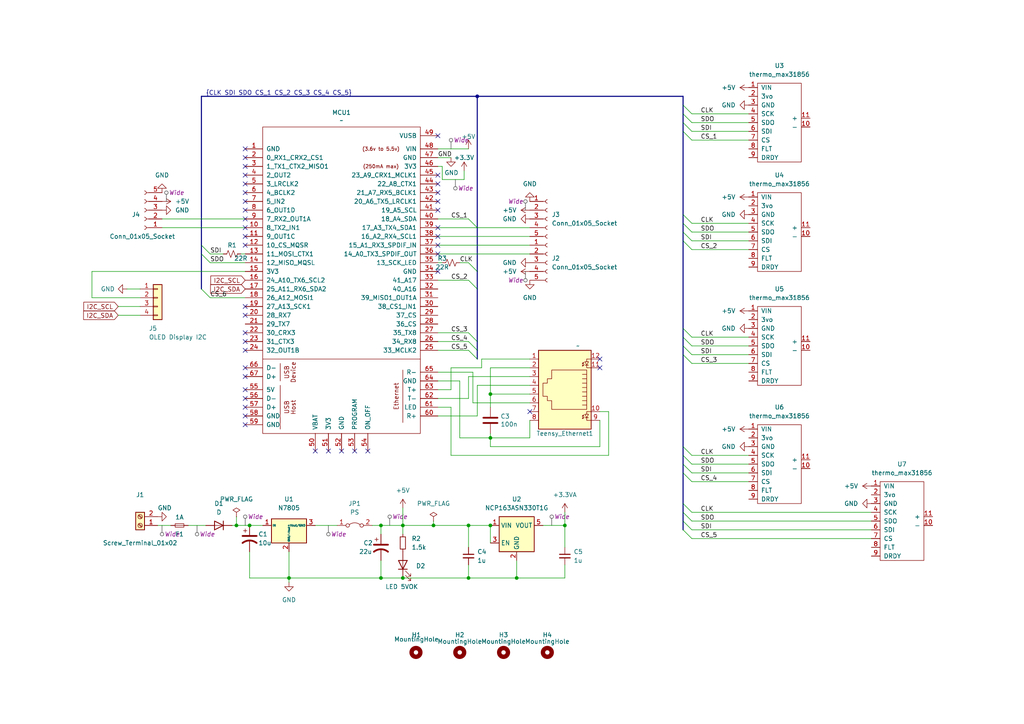
<source format=kicad_sch>
(kicad_sch (version 20230121) (generator eeschema)
  (paper "A4")
  (lib_symbols
    (symbol "Connector:Conn_01x05_Socket" (pin_names (offset 1.016) hide)
      (property "Reference" "J" (at 0 7.62 0))
      (property "Value" "Conn_01x05_Socket" (at 0 -7.62 0))
      (symbol "Conn_01x05_Socket_1_1"
        (arc (start 0 -4.572) (mid -0.5058 -5.08) (end 0 -5.588) (stroke (width 0.1524)))
        (arc (start 0 -2.032) (mid -0.5058 -2.54) (end 0 -3.048) (stroke (width 0.1524)))
        (polyline (pts (xy -1.27 -5.08) (xy -0.508 -5.08)) (stroke (width 0.1524)))
        (polyline (pts (xy -1.27 -2.54) (xy -0.508 -2.54)) (stroke (width 0.1524)))
        (polyline (pts (xy -1.27 0) (xy -0.508 0)) (stroke (width 0.1524)))
        (polyline (pts (xy -1.27 2.54) (xy -0.508 2.54)) (stroke (width 0.1524)))
        (polyline (pts (xy -1.27 5.08) (xy -0.508 5.08)) (stroke (width 0.1524)))
        (arc (start 0 0.508) (mid -0.5058 0) (end 0 -0.508) (stroke (width 0.1524)))
        (arc (start 0 3.048) (mid -0.5058 2.54) (end 0 2.032) (stroke (width 0.1524)))
        (arc (start 0 5.588) (mid -0.5058 5.08) (end 0 4.572) (stroke (width 0.1524)))
        (pin passive line (at -5.08 5.08 0) (length 3.81) (name "Pin_1") (number "1"))
        (pin passive line (at -5.08 2.54 0) (length 3.81) (name "Pin_2") (number "2"))
        (pin passive line (at -5.08 0 0) (length 3.81) (name "Pin_3") (number "3"))
        (pin passive line (at -5.08 -2.54 0) (length 3.81) (name "Pin_4") (number "4"))
        (pin passive line (at -5.08 -5.08 0) (length 3.81) (name "Pin_5") (number "5"))
      )
    )
    (symbol "Connector:RJ45_LED" (pin_names (offset 1.016))
      (property "Reference" "J" (at -5.08 13.97 0))
      (property "Value" "RJ45_LED" (at 1.27 13.97 0))
      (symbol "RJ45_LED_0_1"
        (polyline (pts (xy -7.62 -7.62) (xy -6.35 -7.62)))
        (polyline (pts (xy -7.62 -5.08) (xy -6.35 -5.08)))
        (polyline (pts (xy -7.62 7.62) (xy -6.35 7.62)))
        (polyline (pts (xy -7.62 10.16) (xy -6.35 10.16)))
        (polyline (pts (xy -6.858 -5.842) (xy -5.842 -5.842)))
        (polyline (pts (xy -6.858 9.398) (xy -5.842 9.398)))
        (polyline (pts (xy -6.35 -7.62) (xy -6.35 -6.858)))
        (polyline (pts (xy -6.35 -5.08) (xy -6.35 -5.842)))
        (polyline (pts (xy -6.35 7.62) (xy -6.35 8.382)))
        (polyline (pts (xy -6.35 10.16) (xy -6.35 9.398)))
        (polyline (pts (xy -5.08 -6.223) (xy -5.207 -6.604)))
        (polyline (pts (xy -5.08 -5.588) (xy -5.207 -5.969)))
        (polyline (pts (xy -5.08 4.445) (xy -6.35 4.445)))
        (polyline (pts (xy -5.08 5.715) (xy -6.35 5.715)))
        (polyline (pts (xy -5.08 9.017) (xy -5.207 8.636)))
        (polyline (pts (xy -5.08 9.652) (xy -5.207 9.271)))
        (polyline (pts (xy -6.35 -3.175) (xy -5.08 -3.175) (xy -5.08 -3.175)))
        (polyline (pts (xy -6.35 -1.905) (xy -5.08 -1.905) (xy -5.08 -1.905)))
        (polyline (pts (xy -6.35 -0.635) (xy -5.08 -0.635) (xy -5.08 -0.635)))
        (polyline (pts (xy -6.35 0.635) (xy -5.08 0.635) (xy -5.08 0.635)))
        (polyline (pts (xy -6.35 1.905) (xy -5.08 1.905) (xy -5.08 1.905)))
        (polyline (pts (xy -5.588 -6.731) (xy -5.08 -6.223) (xy -5.461 -6.35)))
        (polyline (pts (xy -5.588 -6.096) (xy -5.08 -5.588) (xy -5.461 -5.715)))
        (polyline (pts (xy -5.588 8.509) (xy -5.08 9.017) (xy -5.461 8.89)))
        (polyline (pts (xy -5.588 9.144) (xy -5.08 9.652) (xy -5.461 9.525)))
        (polyline (pts (xy -5.08 3.175) (xy -6.35 3.175) (xy -6.35 3.175)))
        (polyline (pts (xy -6.35 -5.842) (xy -6.858 -6.858) (xy -5.842 -6.858) (xy -6.35 -5.842)))
        (polyline (pts (xy -6.35 9.398) (xy -6.858 8.382) (xy -5.842 8.382) (xy -6.35 9.398)))
        (polyline (pts (xy -6.35 -4.445) (xy -6.35 6.985) (xy 3.81 6.985) (xy 3.81 4.445) (xy 5.08 4.445) (xy 5.08 3.175) (xy 6.35 3.175) (xy 6.35 -0.635) (xy 5.08 -0.635) (xy 5.08 -1.905) (xy 3.81 -1.905) (xy 3.81 -4.445) (xy -6.35 -4.445) (xy -6.35 -4.445)))
        (rectangle (start 7.62 12.7) (end -7.62 -10.16) (stroke (width 0.254)) (fill (type background)))
      )
      (symbol "RJ45_LED_1_1"
        (pin passive line (at 10.16 -7.62 180) (length 2.54) (name "~") (number "1"))
        (pin passive line (at -10.16 7.62 0) (length 2.54) (name "~") (number "10"))
        (pin passive line (at -10.16 -5.08 0) (length 2.54) (name "~") (number "11"))
        (pin passive line (at -10.16 -7.62 0) (length 2.54) (name "~") (number "12"))
        (pin passive line (at 10.16 -5.08 180) (length 2.54) (name "~") (number "2"))
        (pin passive line (at 10.16 -2.54 180) (length 2.54) (name "~") (number "3"))
        (pin passive line (at 10.16 0 180) (length 2.54) (name "~") (number "4"))
        (pin passive line (at 10.16 2.54 180) (length 2.54) (name "~") (number "5"))
        (pin passive line (at 10.16 5.08 180) (length 2.54) (name "~") (number "6"))
        (pin passive line (at 10.16 7.62 180) (length 2.54) (name "~") (number "7"))
        (pin passive line (at 10.16 10.16 180) (length 2.54) (name "~") (number "8"))
        (pin passive line (at -10.16 10.16 0) (length 2.54) (name "~") (number "9"))
      )
    )
    (symbol "Connector:Screw_Terminal_01x02" (pin_names (offset 1.016) hide)
      (property "Reference" "J" (at 0 2.54 0))
      (property "Value" "Screw_Terminal_01x02" (at 0 -5.08 0))
      (symbol "Screw_Terminal_01x02_1_1"
        (rectangle (start -1.27 1.27) (end 1.27 -3.81) (stroke (width 0.254)) (fill (type background)))
        (circle (center 0 -2.54) (radius 0.635) (stroke (width 0.1524)))
        (polyline (pts (xy -0.5334 -2.2098) (xy 0.3302 -3.048)) (stroke (width 0.1524)))
        (polyline (pts (xy -0.5334 0.3302) (xy 0.3302 -0.508)) (stroke (width 0.1524)))
        (polyline (pts (xy -0.3556 -2.032) (xy 0.508 -2.8702)) (stroke (width 0.1524)))
        (polyline (pts (xy -0.3556 0.508) (xy 0.508 -0.3302)) (stroke (width 0.1524)))
        (circle (center 0 0) (radius 0.635) (stroke (width 0.1524)))
        (pin passive line (at -5.08 0 0) (length 3.81) (name "Pin_1") (number "1"))
        (pin passive line (at -5.08 -2.54 0) (length 3.81) (name "Pin_2") (number "2"))
      )
    )
    (symbol "Connector_Generic:Conn_01x04" (pin_names (offset 1.016) hide)
      (property "Reference" "J" (at 0 5.08 0))
      (property "Value" "Conn_01x04" (at 0 -7.62 0))
      (symbol "Conn_01x04_1_1"
        (rectangle (start -1.27 -4.953) (end 0 -5.207) (stroke (width 0.1524)))
        (rectangle (start -1.27 -2.413) (end 0 -2.667) (stroke (width 0.1524)))
        (rectangle (start -1.27 0.127) (end 0 -0.127) (stroke (width 0.1524)))
        (rectangle (start -1.27 2.667) (end 0 2.413) (stroke (width 0.1524)))
        (rectangle (start -1.27 3.81) (end 1.27 -6.35) (stroke (width 0.254)) (fill (type background)))
        (pin passive line (at -5.08 2.54 0) (length 3.81) (name "Pin_1") (number "1"))
        (pin passive line (at -5.08 0 0) (length 3.81) (name "Pin_2") (number "2"))
        (pin passive line (at -5.08 -2.54 0) (length 3.81) (name "Pin_3") (number "3"))
        (pin passive line (at -5.08 -5.08 0) (length 3.81) (name "Pin_4") (number "4"))
      )
    )
    (symbol "Device:C" (pin_numbers hide) (pin_names (offset 0.254))
      (property "Reference" "C" (at 0.635 2.54 0))
      (property "Value" "C" (at 0.635 -2.54 0))
      (symbol "C_0_1"
        (polyline (pts (xy -2.032 -0.762) (xy 2.032 -0.762)) (stroke (width 0.508)))
        (polyline (pts (xy -2.032 0.762) (xy 2.032 0.762)) (stroke (width 0.508)))
      )
      (symbol "C_1_1"
        (pin passive line (at 0 3.81 270) (length 2.794) (name "~") (number "1"))
        (pin passive line (at 0 -3.81 90) (length 2.794) (name "~") (number "2"))
      )
    )
    (symbol "Device:C_Polarized_US" (pin_numbers hide) (pin_names (offset 0.254) hide)
      (property "Reference" "C" (at 0.635 2.54 0))
      (property "Value" "C_Polarized_US" (at 0.635 -2.54 0))
      (symbol "C_Polarized_US_0_1"
        (polyline (pts (xy -2.032 0.762) (xy 2.032 0.762)) (stroke (width 0.508)))
        (polyline (pts (xy -1.778 2.286) (xy -0.762 2.286)))
        (polyline (pts (xy -1.27 1.778) (xy -1.27 2.794)))
        (arc (start 2.032 -1.27) (mid 0 -0.5572) (end -2.032 -1.27) (stroke (width 0.508)))
      )
      (symbol "C_Polarized_US_1_1"
        (pin passive line (at 0 3.81 270) (length 2.794) (name "~") (number "1"))
        (pin passive line (at 0 -3.81 90) (length 3.302) (name "~") (number "2"))
      )
    )
    (symbol "Device:C_Small" (pin_numbers hide) (pin_names (offset 0.254) hide)
      (property "Reference" "C" (at 0.254 1.778 0))
      (property "Value" "C_Small" (at 0.254 -2.032 0))
      (symbol "C_Small_0_1"
        (polyline (pts (xy -1.524 -0.508) (xy 1.524 -0.508)) (stroke (width 0.3302)))
        (polyline (pts (xy -1.524 0.508) (xy 1.524 0.508)) (stroke (width 0.3048)))
      )
      (symbol "C_Small_1_1"
        (pin passive line (at 0 2.54 270) (length 2.032) (name "~") (number "1"))
        (pin passive line (at 0 -2.54 90) (length 2.032) (name "~") (number "2"))
      )
    )
    (symbol "Device:D" (pin_numbers hide) (pin_names (offset 1.016) hide)
      (property "Reference" "D" (at 0 2.54 0))
      (property "Value" "D" (at 0 -2.54 0))
      (symbol "D_0_1"
        (polyline (pts (xy -1.27 1.27) (xy -1.27 -1.27)) (stroke (width 0.254)))
        (polyline (pts (xy 1.27 0) (xy -1.27 0)))
        (polyline (pts (xy 1.27 1.27) (xy 1.27 -1.27) (xy -1.27 0) (xy 1.27 1.27)) (stroke (width 0.254)))
      )
      (symbol "D_1_1"
        (pin passive line (at -3.81 0 0) (length 2.54) (name "K") (number "1"))
        (pin passive line (at 3.81 0 180) (length 2.54) (name "A") (number "2"))
      )
    )
    (symbol "Device:Fuse_Small" (pin_numbers hide) (pin_names (offset 0.254) hide)
      (property "Reference" "F" (at 0 -1.524 0))
      (property "Value" "Fuse_Small" (at 0 1.524 0))
      (symbol "Fuse_Small_0_1"
        (rectangle (start -1.27 0.508) (end 1.27 -0.508))
        (polyline (pts (xy -1.27 0) (xy 1.27 0)))
      )
      (symbol "Fuse_Small_1_1"
        (pin passive line (at -2.54 0 0) (length 1.27) (name "~") (number "1"))
        (pin passive line (at 2.54 0 180) (length 1.27) (name "~") (number "2"))
      )
    )
    (symbol "Device:LED" (pin_numbers hide) (pin_names (offset 1.016) hide)
      (property "Reference" "D" (at 0 2.54 0))
      (property "Value" "LED" (at 0 -2.54 0))
      (symbol "LED_0_1"
        (polyline (pts (xy -1.27 -1.27) (xy -1.27 1.27)) (stroke (width 0.254)))
        (polyline (pts (xy -1.27 0) (xy 1.27 0)))
        (polyline (pts (xy 1.27 -1.27) (xy 1.27 1.27) (xy -1.27 0) (xy 1.27 -1.27)) (stroke (width 0.254)))
        (polyline (pts (xy -3.048 -0.762) (xy -4.572 -2.286) (xy -3.81 -2.286) (xy -4.572 -2.286) (xy -4.572 -1.524)))
        (polyline (pts (xy -1.778 -0.762) (xy -3.302 -2.286) (xy -2.54 -2.286) (xy -3.302 -2.286) (xy -3.302 -1.524)))
      )
      (symbol "LED_1_1"
        (pin passive line (at -3.81 0 0) (length 2.54) (name "K") (number "1"))
        (pin passive line (at 3.81 0 180) (length 2.54) (name "A") (number "2"))
      )
    )
    (symbol "Device:R_Small" (pin_numbers hide) (pin_names (offset 0.254) hide)
      (property "Reference" "R" (at 0.762 0.508 0))
      (property "Value" "R_Small" (at 0.762 -1.016 0))
      (symbol "R_Small_0_1"
        (rectangle (start -0.762 1.778) (end 0.762 -1.778) (stroke (width 0.2032)))
      )
      (symbol "R_Small_1_1"
        (pin passive line (at 0 2.54 270) (length 0.762) (name "~") (number "1"))
        (pin passive line (at 0 -2.54 90) (length 0.762) (name "~") (number "2"))
      )
    )
    (symbol "Device:R_Small_US" (pin_numbers hide) (pin_names (offset 0.254) hide)
      (property "Reference" "R" (at 0.762 0.508 0))
      (property "Value" "R_Small_US" (at 0.762 -1.016 0))
      (symbol "R_Small_US_1_1"
        (polyline (pts (xy 0 0) (xy 1.016 -0.381) (xy 0 -0.762) (xy -1.016 -1.143) (xy 0 -1.524)))
        (polyline (pts (xy 0 1.524) (xy 1.016 1.143) (xy 0 0.762) (xy -1.016 0.381) (xy 0 0)))
        (pin passive line (at 0 2.54 270) (length 1.016) (name "~") (number "1"))
        (pin passive line (at 0 -2.54 90) (length 1.016) (name "~") (number "2"))
      )
    )
    (symbol "Jumper:Jumper_2_Bridged" (pin_names (offset 0) hide)
      (property "Reference" "JP" (at 0 1.905 0))
      (property "Value" "Jumper_2_Bridged" (at 0 -2.54 0))
      (symbol "Jumper_2_Bridged_0_0"
        (circle (center -2.032 0) (radius 0.508))
        (circle (center 2.032 0) (radius 0.508))
      )
      (symbol "Jumper_2_Bridged_0_1"
        (arc (start 1.524 0.254) (mid 0 0.762) (end -1.524 0.254))
      )
      (symbol "Jumper_2_Bridged_1_1"
        (pin passive line (at -5.08 0 0) (length 2.54) (name "A") (number "1"))
        (pin passive line (at 5.08 0 180) (length 2.54) (name "B") (number "2"))
      )
    )
    (symbol "MeanWell-DC-DC:N7805" (pin_names (offset 0.254))
      (property "Reference" "U" (at -3.81 3.175 0))
      (property "Value" "N7805" (at 0 3.175 0))
      (symbol "N7805_0_1"
        (rectangle (start -5.08 1.905) (end 5.08 -5.08) (stroke (width 0.254)) (fill (type background)))
      )
      (symbol "N7805_1_1"
        (pin power_in line (at -7.62 0 0) (length 2.54) (name "IN") (number "1"))
        (pin power_out line (at 0 -7.62 90) (length 2.54) (name "GND/-Vout") (number "2"))
        (pin power_out line (at 7.62 0 180) (length 2.54) (name "+Vout/GND") (number "3"))
      )
    )
    (symbol "Mechanical:MountingHole" (pin_names (offset 1.016))
      (property "Reference" "H" (at 0 5.08 0))
      (property "Value" "MountingHole" (at 0 3.175 0))
      (symbol "MountingHole_0_1"
        (circle (center 0 0) (radius 1.27) (stroke (width 1.27)))
      )
    )
    (symbol "Regulator_Linear:NCP163ASN330T1G"
      (property "Reference" "U" (at 0 8.89 0))
      (property "Value" "NCP163ASN330T1G" (at 0 6.35 0))
      (symbol "NCP163ASN330T1G_0_1"
        (rectangle (start -5.08 5.08) (end 5.08 -5.08) (stroke (width 0.254)) (fill (type background)))
      )
      (symbol "NCP163ASN330T1G_1_1"
        (pin power_in line (at -7.62 2.54 0) (length 2.54) (name "VIN") (number "1"))
        (pin power_in line (at 0 -7.62 90) (length 2.54) (name "GND") (number "2"))
        (pin input line (at -7.62 -2.54 0) (length 2.54) (name "EN") (number "3"))
        (pin no_connect line (at 5.08 -2.54 180) (length 2.54) hide (name "NC") (number "4"))
        (pin power_out line (at 7.62 2.54 180) (length 2.54) (name "VOUT") (number "5"))
      )
    )
    (symbol "power:+3.3V" (power) (pin_names (offset 0))
      (property "Value" "+3.3V" (at 0 3.556 0))
      (symbol "+3.3V_0_1"
        (polyline (pts (xy -0.762 1.27) (xy 0 2.54)))
        (polyline (pts (xy 0 0) (xy 0 2.54)))
        (polyline (pts (xy 0 2.54) (xy 0.762 1.27)))
      )
      (symbol "+3.3V_1_1"
        (pin power_in line (at 0 0 90) (length 0) hide (name "+3.3V") (number "1"))
      )
    )
    (symbol "power:+3.3VA" (power) (pin_names (offset 0))
      (property "Value" "+3.3VA" (at 0 3.556 0))
      (symbol "+3.3VA_0_1"
        (polyline (pts (xy -0.762 1.27) (xy 0 2.54)))
        (polyline (pts (xy 0 0) (xy 0 2.54)))
        (polyline (pts (xy 0 2.54) (xy 0.762 1.27)))
      )
      (symbol "+3.3VA_1_1"
        (pin power_in line (at 0 0 90) (length 0) hide (name "+3.3VA") (number "1"))
      )
    )
    (symbol "power:+5V" (power) (pin_names (offset 0))
      (property "Value" "+5V" (at 0 3.556 0))
      (symbol "+5V_0_1"
        (polyline (pts (xy -0.762 1.27) (xy 0 2.54)))
        (polyline (pts (xy 0 0) (xy 0 2.54)))
        (polyline (pts (xy 0 2.54) (xy 0.762 1.27)))
      )
      (symbol "+5V_1_1"
        (pin power_in line (at 0 0 90) (length 0) hide (name "+5V") (number "1"))
      )
    )
    (symbol "power:GND" (power) (pin_names (offset 0))
      (property "Value" "GND" (at 0 -3.81 0))
      (symbol "GND_0_1"
        (polyline (pts (xy 0 0) (xy 0 -1.27) (xy 1.27 -1.27) (xy 0 -2.54) (xy -1.27 -1.27) (xy 0 -1.27)))
      )
      (symbol "GND_1_1"
        (pin power_in line (at 0 0 270) (length 0) hide (name "GND") (number "1"))
      )
    )
    (symbol "power:PWR_FLAG" (power) (pin_numbers hide) (pin_names (offset 0) hide)
      (property "Value" "PWR_FLAG" (at 0 3.81 0))
      (symbol "PWR_FLAG_0_0"
        (pin power_out line (at 0 0 90) (length 0) (name "pwr") (number "1"))
      )
      (symbol "PWR_FLAG_0_1"
        (polyline (pts (xy 0 0) (xy 0 1.27) (xy -1.016 1.905) (xy 0 2.54) (xy 1.016 1.905) (xy 0 1.27)))
      )
    )
    (symbol "teensy:Teensy4.1" (pin_names (offset 1.016))
      (property "Reference" "U" (at 0 64.77 0))
      (property "Value" "Teensy4.1" (at 0 62.23 0))
      (symbol "Teensy4.1_0_0"
        (polyline (pts (xy -22.86 -6.35) (xy 22.86 -6.35)))
        (polyline (pts (xy -17.78 -26.67) (xy -17.78 -13.97)))
        (polyline (pts (xy -17.78 -7.62) (xy -17.78 -12.7)))
        (polyline (pts (xy 17.78 -9.525) (xy 17.78 -24.765)))
        (text "(250mA max)" (at 11.43 49.53 0) (effects (font (size 1.016 1.016))))
        (text "(3.6v to 5.5v)" (at 11.43 54.61 0) (effects (font (size 1.016 1.016))))
        (text "Device" (at -13.97 -10.16 900) (effects (font (size 1.27 1.27))))
        (text "Ethernet" (at 15.875 -17.145 900) (effects (font (size 1.27 1.27))))
        (text "Host" (at -13.97 -20.32 900) (effects (font (size 1.27 1.27))))
        (text "USB" (at -15.875 -20.32 900) (effects (font (size 1.27 1.27))))
        (text "USB" (at -15.875 -10.16 900) (effects (font (size 1.27 1.27))))
        (pin bidirectional line (at -27.94 31.75 0) (length 5.08) (name "8_TX2_IN1") (number "10"))
        (pin bidirectional line (at -27.94 29.21 0) (length 5.08) (name "9_OUT1C") (number "11"))
        (pin bidirectional line (at -27.94 26.67 0) (length 5.08) (name "10_CS_MQSR") (number "12"))
        (pin bidirectional line (at -27.94 24.13 0) (length 5.08) (name "11_MOSI_CTX1") (number "13"))
        (pin bidirectional line (at -27.94 21.59 0) (length 5.08) (name "12_MISO_MQSL") (number "14"))
        (pin power_in line (at -27.94 19.05 0) (length 5.08) (name "3V3") (number "15"))
        (pin bidirectional line (at -27.94 16.51 0) (length 5.08) (name "24_A10_TX6_SCL2") (number "16"))
        (pin bidirectional line (at -27.94 13.97 0) (length 5.08) (name "25_A11_RX6_SDA2") (number "17"))
        (pin bidirectional line (at -27.94 11.43 0) (length 5.08) (name "26_A12_MOSI1") (number "18"))
        (pin bidirectional line (at -27.94 8.89 0) (length 5.08) (name "27_A13_SCK1") (number "19"))
        (pin bidirectional line (at -27.94 6.35 0) (length 5.08) (name "28_RX7") (number "20"))
        (pin bidirectional line (at -27.94 3.81 0) (length 5.08) (name "29_TX7") (number "21"))
        (pin bidirectional line (at -27.94 1.27 0) (length 5.08) (name "30_CRX3") (number "22"))
        (pin bidirectional line (at -27.94 -1.27 0) (length 5.08) (name "31_CTX3") (number "23"))
        (pin bidirectional line (at -27.94 -3.81 0) (length 5.08) (name "32_OUT1B") (number "24"))
        (pin bidirectional line (at 27.94 -3.81 180) (length 5.08) (name "33_MCLK2") (number "25"))
        (pin bidirectional line (at 27.94 -1.27 180) (length 5.08) (name "34_RX8") (number "26"))
        (pin bidirectional line (at 27.94 1.27 180) (length 5.08) (name "35_TX8") (number "27"))
        (pin bidirectional line (at 27.94 3.81 180) (length 5.08) (name "36_CS") (number "28"))
        (pin bidirectional line (at 27.94 6.35 180) (length 5.08) (name "37_CS") (number "29"))
        (pin bidirectional line (at 27.94 8.89 180) (length 5.08) (name "38_CS1_IN1") (number "30"))
        (pin bidirectional line (at 27.94 11.43 180) (length 5.08) (name "39_MISO1_OUT1A") (number "31"))
        (pin bidirectional line (at 27.94 13.97 180) (length 5.08) (name "40_A16") (number "32"))
        (pin bidirectional line (at 27.94 16.51 180) (length 5.08) (name "41_A17") (number "33"))
        (pin bidirectional line (at 27.94 21.59 180) (length 5.08) (name "13_SCK_LED") (number "35"))
        (pin bidirectional line (at 27.94 24.13 180) (length 5.08) (name "14_A0_TX3_SPDIF_OUT") (number "36"))
        (pin bidirectional line (at 27.94 26.67 180) (length 5.08) (name "15_A1_RX3_SPDIF_IN") (number "37"))
        (pin bidirectional line (at 27.94 29.21 180) (length 5.08) (name "16_A2_RX4_SCL1") (number "38"))
        (pin bidirectional line (at 27.94 31.75 180) (length 5.08) (name "17_A3_TX4_SDA1") (number "39"))
        (pin bidirectional line (at 27.94 34.29 180) (length 5.08) (name "18_A4_SDA") (number "40"))
        (pin bidirectional line (at 27.94 36.83 180) (length 5.08) (name "19_A5_SCL") (number "41"))
        (pin bidirectional line (at 27.94 39.37 180) (length 5.08) (name "20_A6_TX5_LRCLK1") (number "42"))
        (pin bidirectional line (at 27.94 41.91 180) (length 5.08) (name "21_A7_RX5_BCLK1") (number "43"))
        (pin bidirectional line (at 27.94 44.45 180) (length 5.08) (name "22_A8_CTX1") (number "44"))
        (pin bidirectional line (at 27.94 46.99 180) (length 5.08) (name "23_A9_CRX1_MCLK1") (number "45"))
        (pin output line (at 27.94 49.53 180) (length 5.08) (name "3V3") (number "46"))
        (pin output line (at 27.94 52.07 180) (length 5.08) (name "GND") (number "47"))
        (pin power_in line (at 27.94 54.61 180) (length 5.08) (name "VIN") (number "48"))
        (pin power_out line (at 27.94 58.42 180) (length 5.08) (name "VUSB") (number "49"))
        (pin bidirectional line (at -27.94 44.45 0) (length 5.08) (name "3_LRCLK2") (number "5"))
        (pin power_in line (at -7.62 -33.02 90) (length 5.08) (name "VBAT") (number "50"))
        (pin power_in line (at -3.81 -33.02 90) (length 5.08) (name "3V3") (number "51"))
        (pin input line (at 0 -33.02 90) (length 5.08) (name "GND") (number "52"))
        (pin input line (at 3.81 -33.02 90) (length 5.08) (name "PROGRAM") (number "53"))
        (pin input line (at 7.62 -33.02 90) (length 5.08) (name "ON_OFF") (number "54"))
        (pin power_out line (at -27.94 -15.24 0) (length 5.08) (name "5V") (number "55"))
        (pin bidirectional line (at -27.94 -17.78 0) (length 5.08) (name "D-") (number "56"))
        (pin bidirectional line (at -27.94 -20.32 0) (length 5.08) (name "D+") (number "57"))
        (pin power_in line (at -27.94 -22.86 0) (length 5.08) (name "GND") (number "58"))
        (pin power_in line (at -27.94 -25.4 0) (length 5.08) (name "GND") (number "59"))
        (pin bidirectional line (at -27.94 41.91 0) (length 5.08) (name "4_BCLK2") (number "6"))
        (pin bidirectional line (at 27.94 -22.86 180) (length 5.08) (name "R+") (number "60"))
        (pin bidirectional line (at 27.94 -20.32 180) (length 5.08) (name "LED") (number "61"))
        (pin bidirectional line (at 27.94 -17.78 180) (length 5.08) (name "T-") (number "62"))
        (pin bidirectional line (at 27.94 -15.24 180) (length 5.08) (name "T+") (number "63"))
        (pin power_in line (at 27.94 -12.7 180) (length 5.08) (name "GND") (number "64"))
        (pin bidirectional line (at 27.94 -10.16 180) (length 5.08) (name "R-") (number "65"))
        (pin bidirectional line (at -27.94 -8.89 0) (length 5.08) (name "D-") (number "66"))
        (pin bidirectional line (at -27.94 -11.43 0) (length 5.08) (name "D+") (number "67"))
        (pin bidirectional line (at -27.94 39.37 0) (length 5.08) (name "5_IN2") (number "7"))
        (pin bidirectional line (at -27.94 36.83 0) (length 5.08) (name "6_OUT1D") (number "8"))
        (pin bidirectional line (at -27.94 34.29 0) (length 5.08) (name "7_RX2_OUT1A") (number "9"))
      )
      (symbol "Teensy4.1_0_1"
        (rectangle (start -22.86 60.96) (end 22.86 -27.94))
        (rectangle (start -20.32 -1.27) (end -20.32 -1.27))
      )
      (symbol "Teensy4.1_1_1"
        (pin power_in line (at -27.94 54.61 0) (length 5.08) (name "GND") (number "1"))
        (pin bidirectional line (at -27.94 52.07 0) (length 5.08) (name "0_RX1_CRX2_CS1") (number "2"))
        (pin bidirectional line (at -27.94 49.53 0) (length 5.08) (name "1_TX1_CTX2_MISO1") (number "3"))
        (pin power_in line (at 27.94 19.05 180) (length 5.08) (name "GND") (number "34"))
        (pin bidirectional line (at -27.94 46.99 0) (length 5.08) (name "2_OUT2") (number "4"))
      )
    )
    (symbol "thermo_max31856:thermo_max31856" (pin_names (offset 1.016))
      (property "Reference" "U" (at -5.08 12.7 0))
      (property "Value" "thermo_max31856" (at 1.27 -12.7 0))
      (symbol "thermo_max31856_0_1"
        (rectangle (start 6.35 11.43) (end -6.35 -11.43))
      )
      (symbol "thermo_max31856_1_1"
        (pin input line (at 8.89 -10.16 180) (length 2.54) (name "VIN") (number "1"))
        (pin input line (at -8.89 1.27 0) (length 2.54) (name "-") (number "10"))
        (pin input line (at -8.89 -1.27 0) (length 2.54) (name "+") (number "11"))
        (pin output line (at 8.89 -7.62 180) (length 2.54) (name "3vo") (number "2"))
        (pin input line (at 8.89 -5.08 180) (length 2.54) (name "GND") (number "3"))
        (pin input line (at 8.89 -2.54 180) (length 2.54) (name "SCK") (number "4"))
        (pin output line (at 8.89 0 180) (length 2.54) (name "SDO") (number "5"))
        (pin input line (at 8.89 2.54 180) (length 2.54) (name "SDI") (number "6"))
        (pin input line (at 8.89 5.08 180) (length 2.54) (name "CS") (number "7"))
        (pin output line (at 8.89 7.62 180) (length 2.54) (name "FLT") (number "8"))
        (pin output line (at 8.89 10.16 180) (length 2.54) (name "DRDY") (number "9"))
      )
    )
  )
  (junction (at 83.82 167.64))
  (junction (at 142.24 114.3))
  (junction (at 110.49 167.64))
  (junction (at 72.39 152.4))
  (junction (at 68.58 152.4))
  (junction (at 116.84 167.64))
  (junction (at 142.24 152.4))
  (junction (at 135.89 152.4))
  (junction (at 125.73 152.4))
  (junction (at 163.83 152.4))
  (junction (at 142.24 127))
  (junction (at 138.43 27.94))
  (junction (at 135.89 167.64))
  (junction (at 116.84 152.4))
  (junction (at 110.49 152.4))
  (junction (at 149.86 167.64))
  (no_connect (at 71.12 91.44))
  (no_connect (at 173.99 104.14))
  (no_connect (at 127 50.8))
  (no_connect (at 71.12 63.5))
  (no_connect (at 153.67 119.38))
  (no_connect (at 127 71.12))
  (no_connect (at 71.12 123.19))
  (no_connect (at 95.25 130.81))
  (no_connect (at 71.12 60.96))
  (no_connect (at 71.12 66.04))
  (no_connect (at 102.87 130.81))
  (no_connect (at 71.12 118.11))
  (no_connect (at 71.12 96.52))
  (no_connect (at 127 53.34))
  (no_connect (at 127 55.88))
  (no_connect (at 127 39.37))
  (no_connect (at 71.12 53.34))
  (no_connect (at 71.12 50.8))
  (no_connect (at 71.12 109.22))
  (no_connect (at 71.12 43.18))
  (no_connect (at 127 78.74))
  (no_connect (at 71.12 45.72))
  (no_connect (at 127 60.96))
  (no_connect (at 71.12 106.68))
  (no_connect (at 127 66.04))
  (no_connect (at 71.12 120.65))
  (no_connect (at 99.06 130.81))
  (no_connect (at 71.12 88.9))
  (no_connect (at 127 73.66))
  (no_connect (at 71.12 99.06))
  (no_connect (at 71.12 113.03))
  (no_connect (at 71.12 68.58))
  (no_connect (at 71.12 71.12))
  (no_connect (at 127 68.58))
  (no_connect (at 173.99 106.68))
  (no_connect (at 71.12 115.57))
  (no_connect (at 71.12 58.42))
  (no_connect (at 71.12 55.88))
  (no_connect (at 71.12 48.26))
  (no_connect (at 91.44 130.81))
  (no_connect (at 106.68 130.81))
  (no_connect (at 127 58.42))
  (no_connect (at 71.12 101.6))
  (bus_entry (at 135.89 96.52) (size 2.54 2.54))
  (bus_entry (at 198.12 97.79) (size 2.54 2.54))
  (bus_entry (at 58.42 83.82) (size 2.54 2.54))
  (bus_entry (at 198.12 95.25) (size 2.54 2.54))
  (bus_entry (at 198.12 64.77) (size 2.54 2.54))
  (bus_entry (at 198.12 38.1) (size 2.54 2.54))
  (bus_entry (at 198.12 137.16) (size 2.54 2.54))
  (bus_entry (at 198.12 67.31) (size 2.54 2.54))
  (bus_entry (at 198.12 134.62) (size 2.54 2.54))
  (bus_entry (at 198.12 102.87) (size 2.54 2.54))
  (bus_entry (at 198.12 132.08) (size 2.54 2.54))
  (bus_entry (at 198.12 35.56) (size 2.54 2.54))
  (bus_entry (at 135.89 101.6) (size 2.54 2.54))
  (bus_entry (at 198.12 148.59) (size 2.54 2.54))
  (bus_entry (at 198.12 33.02) (size 2.54 2.54))
  (bus_entry (at 198.12 153.67) (size 2.54 2.54))
  (bus_entry (at 198.12 129.54) (size 2.54 2.54))
  (bus_entry (at 198.12 30.48) (size 2.54 2.54))
  (bus_entry (at 198.12 69.85) (size 2.54 2.54))
  (bus_entry (at 135.89 99.06) (size 2.54 2.54))
  (bus_entry (at 135.89 76.2) (size 2.54 2.54))
  (bus_entry (at 58.42 71.12) (size 2.54 2.54))
  (bus_entry (at 198.12 100.33) (size 2.54 2.54))
  (bus_entry (at 198.12 62.23) (size 2.54 2.54))
  (bus_entry (at 58.42 73.66) (size 2.54 2.54))
  (bus_entry (at 135.89 63.5) (size 2.54 2.54))
  (bus_entry (at 198.12 151.13) (size 2.54 2.54))
  (bus_entry (at 198.12 146.05) (size 2.54 2.54))
  (bus_entry (at 135.89 81.28) (size 2.54 2.54))
  (wire (pts (xy 138.43 111.76) (xy 153.67 111.76)))
  (bus (pts (xy 58.42 73.66) (xy 58.42 83.82)))
  (wire (pts (xy 127 115.57) (xy 135.89 115.57)))
  (wire (pts (xy 135.89 63.5) (xy 127 63.5)))
  (wire (pts (xy 127 45.72) (xy 130.81 45.72)))
  (wire (pts (xy 200.66 67.31) (xy 217.17 67.31)))
  (wire (pts (xy 200.66 69.85) (xy 217.17 69.85)))
  (wire (pts (xy 72.39 152.4) (xy 76.2 152.4)))
  (wire (pts (xy 134.62 52.07) (xy 134.62 49.53)))
  (wire (pts (xy 142.24 152.4) (xy 142.24 157.48)))
  (wire (pts (xy 72.39 167.64) (xy 83.82 167.64)))
  (wire (pts (xy 107.95 152.4) (xy 110.49 152.4)))
  (bus (pts (xy 138.43 83.82) (xy 138.43 99.06)))
  (bus (pts (xy 198.12 38.1) (xy 198.12 62.23)))
  (wire (pts (xy 83.82 167.64) (xy 110.49 167.64)))
  (bus (pts (xy 198.12 30.48) (xy 198.12 33.02)))
  (wire (pts (xy 135.89 167.64) (xy 149.86 167.64)))
  (wire (pts (xy 200.66 40.64) (xy 217.17 40.64)))
  (wire (pts (xy 142.24 114.3) (xy 142.24 118.11)))
  (wire (pts (xy 128.27 52.07) (xy 134.62 52.07)))
  (wire (pts (xy 153.67 104.14) (xy 139.7 104.14)))
  (wire (pts (xy 200.66 153.67) (xy 252.73 153.67)))
  (wire (pts (xy 91.44 152.4) (xy 97.79 152.4)))
  (wire (pts (xy 69.85 73.66) (xy 71.12 73.66)))
  (wire (pts (xy 135.89 109.22) (xy 135.89 115.57)))
  (wire (pts (xy 46.99 63.5) (xy 71.12 63.5)))
  (bus (pts (xy 198.12 102.87) (xy 198.12 129.54)))
  (wire (pts (xy 200.66 137.16) (xy 217.17 137.16)))
  (bus (pts (xy 198.12 95.25) (xy 198.12 97.79)))
  (bus (pts (xy 58.42 71.12) (xy 58.42 73.66)))
  (wire (pts (xy 34.29 91.44) (xy 40.64 91.44)))
  (wire (pts (xy 200.66 156.21) (xy 252.73 156.21)))
  (wire (pts (xy 127 120.65) (xy 138.43 120.65)))
  (bus (pts (xy 138.43 27.94) (xy 138.43 66.04)))
  (wire (pts (xy 135.89 163.83) (xy 135.89 167.64)))
  (wire (pts (xy 157.48 152.4) (xy 163.83 152.4)))
  (wire (pts (xy 200.66 134.62) (xy 217.17 134.62)))
  (wire (pts (xy 127 110.49) (xy 133.35 110.49)))
  (bus (pts (xy 138.43 27.94) (xy 198.12 27.94)))
  (wire (pts (xy 142.24 127) (xy 153.67 127)))
  (wire (pts (xy 200.66 132.08) (xy 217.17 132.08)))
  (wire (pts (xy 200.66 102.87) (xy 217.17 102.87)))
  (bus (pts (xy 138.43 78.74) (xy 138.43 83.82)))
  (wire (pts (xy 46.99 66.04) (xy 71.12 66.04)))
  (bus (pts (xy 198.12 132.08) (xy 198.12 134.62)))
  (wire (pts (xy 138.43 66.04) (xy 153.67 66.04)))
  (wire (pts (xy 200.66 139.7) (xy 217.17 139.7)))
  (wire (pts (xy 127 81.28) (xy 135.89 81.28)))
  (bus (pts (xy 138.43 99.06) (xy 138.43 101.6)))
  (wire (pts (xy 137.16 116.84) (xy 153.67 116.84)))
  (wire (pts (xy 72.39 160.02) (xy 72.39 167.64)))
  (wire (pts (xy 60.96 86.36) (xy 71.12 86.36)))
  (wire (pts (xy 116.84 167.64) (xy 135.89 167.64)))
  (wire (pts (xy 135.89 152.4) (xy 142.24 152.4)))
  (wire (pts (xy 176.53 119.38) (xy 173.99 119.38)))
  (wire (pts (xy 83.82 167.64) (xy 83.82 168.91)))
  (wire (pts (xy 137.16 107.95) (xy 137.16 116.84)))
  (wire (pts (xy 149.86 167.64) (xy 163.83 167.64)))
  (wire (pts (xy 127 66.04) (xy 138.43 66.04)))
  (bus (pts (xy 198.12 151.13) (xy 198.12 153.67)))
  (bus (pts (xy 198.12 62.23) (xy 198.12 64.77)))
  (wire (pts (xy 125.73 151.13) (xy 125.73 152.4)))
  (wire (pts (xy 127 73.66) (xy 153.67 73.66)))
  (wire (pts (xy 34.29 88.9) (xy 40.64 88.9)))
  (bus (pts (xy 198.12 67.31) (xy 198.12 64.77)))
  (wire (pts (xy 139.7 106.68) (xy 130.81 106.68)))
  (wire (pts (xy 68.58 149.86) (xy 68.58 152.4)))
  (wire (pts (xy 200.66 38.1) (xy 217.17 38.1)))
  (wire (pts (xy 200.66 35.56) (xy 217.17 35.56)))
  (wire (pts (xy 127 99.06) (xy 135.89 99.06)))
  (wire (pts (xy 45.72 152.4) (xy 49.53 152.4)))
  (wire (pts (xy 67.31 152.4) (xy 68.58 152.4)))
  (wire (pts (xy 54.61 152.4) (xy 59.69 152.4)))
  (wire (pts (xy 142.24 106.68) (xy 142.24 114.3)))
  (bus (pts (xy 198.12 148.59) (xy 198.12 151.13)))
  (wire (pts (xy 133.35 110.49) (xy 133.35 127)))
  (bus (pts (xy 198.12 137.16) (xy 198.12 146.05)))
  (wire (pts (xy 142.24 114.3) (xy 153.67 114.3)))
  (wire (pts (xy 200.66 148.59) (xy 252.73 148.59)))
  (wire (pts (xy 127 48.26) (xy 128.27 48.26)))
  (wire (pts (xy 110.49 167.64) (xy 116.84 167.64)))
  (bus (pts (xy 198.12 97.79) (xy 198.12 100.33)))
  (bus (pts (xy 58.42 27.94) (xy 138.43 27.94)))
  (bus (pts (xy 198.12 67.31) (xy 198.12 69.85)))
  (wire (pts (xy 135.89 101.6) (xy 127 101.6)))
  (wire (pts (xy 135.89 109.22) (xy 153.67 109.22)))
  (wire (pts (xy 26.67 78.74) (xy 71.12 78.74)))
  (wire (pts (xy 173.99 121.92) (xy 173.99 129.54)))
  (wire (pts (xy 127 118.11) (xy 130.81 118.11)))
  (wire (pts (xy 200.66 105.41) (xy 217.17 105.41)))
  (wire (pts (xy 176.53 132.08) (xy 176.53 119.38)))
  (wire (pts (xy 128.27 48.26) (xy 128.27 52.07)))
  (wire (pts (xy 153.67 106.68) (xy 142.24 106.68)))
  (wire (pts (xy 217.17 64.77) (xy 200.66 64.77)))
  (wire (pts (xy 200.66 72.39) (xy 217.17 72.39)))
  (wire (pts (xy 142.24 127) (xy 142.24 129.54)))
  (wire (pts (xy 135.89 152.4) (xy 135.89 158.75)))
  (wire (pts (xy 83.82 160.02) (xy 83.82 167.64)))
  (wire (pts (xy 142.24 127) (xy 142.24 125.73)))
  (wire (pts (xy 135.89 76.2) (xy 133.35 76.2)))
  (wire (pts (xy 125.73 152.4) (xy 135.89 152.4)))
  (wire (pts (xy 130.81 132.08) (xy 176.53 132.08)))
  (wire (pts (xy 110.49 152.4) (xy 110.49 154.94)))
  (bus (pts (xy 198.12 129.54) (xy 198.12 132.08)))
  (wire (pts (xy 200.66 97.79) (xy 217.17 97.79)))
  (bus (pts (xy 58.42 27.94) (xy 58.42 71.12)))
  (wire (pts (xy 127 107.95) (xy 137.16 107.95)))
  (wire (pts (xy 26.67 86.36) (xy 40.64 86.36)))
  (bus (pts (xy 138.43 66.04) (xy 138.43 78.74)))
  (wire (pts (xy 110.49 152.4) (xy 116.84 152.4)))
  (wire (pts (xy 149.86 167.64) (xy 149.86 162.56)))
  (wire (pts (xy 163.83 152.4) (xy 163.83 158.75)))
  (wire (pts (xy 36.83 83.82) (xy 40.64 83.82)))
  (wire (pts (xy 133.35 127) (xy 142.24 127)))
  (wire (pts (xy 163.83 148.59) (xy 163.83 152.4)))
  (bus (pts (xy 138.43 101.6) (xy 138.43 104.14)))
  (wire (pts (xy 127 43.18) (xy 135.89 43.18)))
  (wire (pts (xy 68.58 152.4) (xy 72.39 152.4)))
  (wire (pts (xy 116.84 152.4) (xy 116.84 154.94)))
  (bus (pts (xy 198.12 134.62) (xy 198.12 137.16)))
  (wire (pts (xy 60.96 73.66) (xy 64.77 73.66)))
  (wire (pts (xy 127 71.12) (xy 153.67 71.12)))
  (wire (pts (xy 60.96 76.2) (xy 71.12 76.2)))
  (wire (pts (xy 135.89 96.52) (xy 127 96.52)))
  (wire (pts (xy 163.83 167.64) (xy 163.83 163.83)))
  (wire (pts (xy 127 68.58) (xy 153.67 68.58)))
  (wire (pts (xy 200.66 151.13) (xy 252.73 151.13)))
  (bus (pts (xy 198.12 146.05) (xy 198.12 148.59)))
  (wire (pts (xy 116.84 147.32) (xy 116.84 152.4)))
  (wire (pts (xy 116.84 152.4) (xy 125.73 152.4)))
  (bus (pts (xy 198.12 27.94) (xy 198.12 30.48)))
  (wire (pts (xy 127 113.03) (xy 130.81 113.03)))
  (wire (pts (xy 130.81 113.03) (xy 130.81 106.68)))
  (bus (pts (xy 198.12 35.56) (xy 198.12 38.1)))
  (bus (pts (xy 198.12 69.85) (xy 198.12 95.25)))
  (bus (pts (xy 198.12 33.02) (xy 198.12 35.56)))
  (wire (pts (xy 110.49 162.56) (xy 110.49 167.64)))
  (wire (pts (xy 127 76.2) (xy 128.27 76.2)))
  (wire (pts (xy 200.66 33.02) (xy 217.17 33.02)))
  (wire (pts (xy 153.67 121.92) (xy 153.67 127)))
  (wire (pts (xy 200.66 100.33) (xy 217.17 100.33)))
  (wire (pts (xy 142.24 129.54) (xy 173.99 129.54)))
  (wire (pts (xy 26.67 78.74) (xy 26.67 86.36)))
  (wire (pts (xy 139.7 104.14) (xy 139.7 106.68)))
  (wire (pts (xy 138.43 120.65) (xy 138.43 111.76)))
  (wire (pts (xy 130.81 118.11) (xy 130.81 132.08)))
  (bus (pts (xy 198.12 100.33) (xy 198.12 102.87)))
  (label "SDI" (at 203.2 102.87 0))
  (label "SDO" (at 203.2 134.62 0))
  (label "{CLK SDI SDO CS_1 CS_2 CS_3 CS_4 CS_5}" (at 59.69 27.94 0))
  (label "SDO" (at 203.2 67.31 0))
  (label "CLK" (at 203.2 148.59 0))
  (label "CLK" (at 203.2 33.02 0))
  (label "SDI" (at 203.2 153.67 0))
  (label "SDI" (at 203.2 38.1 0))
  (label "CLK" (at 203.2 132.08 0))
  (label "CS_4" (at 130.81 99.06 0))
  (label "SDO" (at 203.2 100.33 0))
  (label "CS_3" (at 130.81 96.52 0))
  (label "CLK" (at 203.2 64.77 0))
  (label "CS_6" (at 60.96 86.36 0))
  (label "SDI" (at 203.2 69.85 0))
  (label "SDO" (at 203.2 151.13 0))
  (label "CLK" (at 133.35 76.2 0))
  (label "CS_4" (at 203.2 139.7 0))
  (label "CS_1" (at 203.2 40.64 0))
  (label "CS_5" (at 130.81 101.6 0))
  (label "CLK" (at 203.2 97.79 0))
  (label "CS_2" (at 203.2 72.39 0))
  (label "SDI" (at 60.96 73.66 0))
  (label "CS_3" (at 203.2 105.41 0))
  (label "CS_2" (at 130.81 81.28 0))
  (label "GND" (at 127 45.72 0))
  (label "SDI" (at 203.2 137.16 0))
  (label "SDO" (at 203.2 35.56 0))
  (label "CS_1" (at 130.81 63.5 0))
  (label "CS_5" (at 203.2 156.21 0))
  (label "SDO" (at 60.96 76.2 0))
  (global_label "I2C_SDA" (shape input) (at 71.12 83.82 180) (property "Intersheetrefs" "${INTERSHEET_REFS}" (effects hide)))
  (global_label "I2C_SDA" (shape input) (at 34.29 91.44 180) (property "Intersheetrefs" "${INTERSHEET_REFS}" (effects hide)))
  (global_label "I2C_SCL" (shape input) (at 71.12 81.28 180) (property "Intersheetrefs" "${INTERSHEET_REFS}" (effects hide)))
  (global_label "I2C_SCL" (shape input) (at 34.29 88.9 180) (property "Intersheetrefs" "${INTERSHEET_REFS}" (effects hide)))
  (netclass_flag "" (length 2.54) (shape round) (at 57.15 152.4 180) (property "Netclass" "Wide" (at 57.8485 154.94 0) (effects (font italic) (justify left))))
  (netclass_flag "" (length 2.54) (shape round) (at 132.08 52.07 180) (property "Netclass" "Wide" (at 132.7785 54.61 0) (effects (font italic) (justify left))))
  (netclass_flag "" (length 2.54) (shape round) (at 95.25 152.4 180) (property "Netclass" "Wide" (at 95.9485 154.94 0) (effects (font italic) (justify left))))
  (netclass_flag "" (length 2.54) (shape round) (at 152.4 60.96 0) (property "Netclass" "Wide" (at 147.32 58.42 0) (effects (font italic) (justify left))))
  (netclass_flag "" (length 2.54) (shape round) (at 48.26 58.42 0) (property "Netclass" "Wide" (at 48.9585 55.88 0) (effects (font italic) (justify left))))
  (netclass_flag "" (length 2.54) (shape round) (at 113.03 152.4 0) (property "Netclass" "Wide" (at 113.7285 149.86 0) (effects (font italic) (justify left))))
  (netclass_flag "" (length 2.54) (shape round) (at 130.81 43.18 0) (property "Netclass" "Wide" (at 131.5085 40.64 0) (effects (font italic) (justify left))))
  (netclass_flag "" (length 2.54) (shape round) (at 46.99 152.4 180) (property "Netclass" "Wide" (at 47.6885 154.94 0) (effects (font italic) (justify left))))
  (netclass_flag "" (length 2.54) (shape round) (at 152.4 78.74 180) (property "Netclass" "Wide" (at 147.32 81.28 0) (effects (font italic) (justify left))))
  (netclass_flag "" (length 2.54) (shape round) (at 71.12 152.4 0) (property "Netclass" "Wide" (at 71.8185 149.86 0) (effects (font italic) (justify left))))
  (netclass_flag "" (length 2.54) (shape round) (at 160.02 152.4 0) (property "Netclass" "Wide" (at 160.7185 149.86 0) (effects (font italic) (justify left))))
  (symbol (lib_id "Connector:Conn_01x05_Socket") (at 158.75 63.5 0) (unit 1)
    (property "Reference" "J3" (at 160.02 62.23 0) (effects (justify left)))
    (property "Value" "Conn_01x05_Socket" (at 160.02 64.77 0) (effects (justify left)))
    (property "Footprint" "Connector_Phoenix_MC:PhoenixContact_MCV_1,5_5-G-3.5_1x05_P3.50mm_Vertical" (effects hide))
  )
  (symbol (lib_id "Device:Fuse_Small") (at 52.07 152.4 180) (unit 1)
    (property "Reference" "F1" (at 52.07 154.94 0))
    (property "Value" "1A" (at 52.07 150.0124 0))
    (property "Footprint" "SMD-Fuse:smd_fuse" (effects hide))
    (property "Source URL" "https://www.mouser.com/ProductDetail/Littelfuse/0154001.DRT?qs=gu7KAQ731UQPKHSDuMkClg%3D%3D" (effects hide))
  )
  (symbol (lib_id "power:GND") (at 46.99 60.96 90) (unit 1)
    (property "Reference" "#PWR015" (effects hide))
    (property "Value" "GND" (at 50.8 60.96 90) (effects (justify right)))
  )
  (symbol (lib_id "Device:C_Polarized_US") (at 72.39 156.21 0) (unit 1)
    (property "Reference" "C1" (at 74.93 154.94 0) (effects (justify left)))
    (property "Value" "10u" (at 74.93 157.48 0) (effects (justify left)))
    (property "Footprint" "Capacitor_THT:CP_Radial_D5.0mm_P2.00mm" (effects hide))
    (property "Source URL" "https://www.mouser.com/ProductDetail/Panasonic/EEU-FC1H100L?qs=y21It3NrCcwTwLLc39Q8Gg%3D%3D" (effects hide))
  )
  (symbol (lib_id "power:+5V") (at 217.17 57.15 90) (unit 1)
    (property "Reference" "#PWR017" (effects hide))
    (property "Value" "+5V" (at 213.36 57.15 90) (effects (justify left)))
  )
  (symbol (lib_id "Device:C_Small") (at 135.89 161.29 0) (unit 1)
    (property "Reference" "C4" (at 138.43 160.0262 0) (effects (justify left)))
    (property "Value" "1u" (at 138.43 162.5662 0) (effects (justify left)))
    (property "Footprint" "Capacitor_SMD:C_0805_2012Metric_Pad1.18x1.45mm_HandSolder" (effects hide))
    (property "Source URL" "https://www.mouser.com/ProductDetail/KYOCERA-AVX/08055C105K4T4A?qs=byeeYqUIh0Oh891bMlItEA%3D%3D" (effects hide))
  )
  (symbol (lib_id "power:GND") (at 252.73 146.05 270) (unit 1)
    (property "Reference" "#PWR012" (effects hide))
    (property "Value" "GND" (at 248.92 146.05 90) (effects (justify right)))
  )
  (symbol (lib_id "Device:R_Small_US") (at 130.81 76.2 270) (unit 1)
    (property "Reference" "R3" (at 128.27 74.93 90))
    (property "Value" "22R" (at 128.27 77.47 90))
    (property "Footprint" "Resistor_SMD:R_0805_2012Metric_Pad1.20x1.40mm_HandSolder" (effects hide))
    (property "Source URL" "https://www.mouser.com/ProductDetail/ROHM-Semiconductor/SDR10EZPJ220?qs=sGAEpiMZZMvdGkrng054t2cqbZCzJY7NDw0Xs38rGaFeqcyL79Zqrg%3D%3D" (effects hide))
  )
  (symbol (lib_id "Connector_Generic:Conn_01x04") (at 45.72 86.36 0) (unit 1)
    (property "Reference" "J5" (at 43.18 95.25 0) (effects (justify left)))
    (property "Value" "OLED Display I2C" (at 43.18 97.79 0) (effects (justify left)))
    (property "Footprint" "Connector_PinSocket_2.54mm:PinSocket_1x04_P2.54mm_Vertical" (effects hide))
    (property "Source URL" "https://www.mouser.com/ProductDetail/Harwin/M20-7820442?qs=vF78I%252BjhbY9ZgDLCXkGx4w%3D%3D" (effects hide))
  )
  (symbol (lib_id "Mechanical:MountingHole") (at 120.65 189.23 0) (unit 1)
    (property "Reference" "H1" (at 119.38 184.15 0) (effects (justify left)))
    (property "Value" "MountingHole" (at 114.3 185.42 0) (effects (justify left)))
    (property "Footprint" "MountingHole:MountingHole_3.2mm_M3_DIN965" (effects hide))
  )
  (symbol (lib_id "power:GND") (at 217.17 95.25 270) (unit 1)
    (property "Reference" "#PWR010" (effects hide))
    (property "Value" "GND" (at 213.36 95.25 90) (effects (justify right)))
  )
  (symbol (lib_id "power:+5V") (at 217.17 90.17 90) (unit 1)
    (property "Reference" "#PWR018" (effects hide))
    (property "Value" "+5V" (at 213.36 90.17 90) (effects (justify left)))
  )
  (symbol (lib_id "Device:R_Small") (at 116.84 157.48 0) (unit 1)
    (property "Reference" "R2" (at 119.38 156.2099 0) (effects (justify left)))
    (property "Value" "1.5k" (at 119.38 158.7499 0) (effects (justify left)))
    (property "Footprint" "Resistor_SMD:R_0805_2012Metric_Pad1.20x1.40mm_HandSolder" (effects hide))
    (property "Source URL" "https://www.mouser.com/ProductDetail/71-CRCW0805-1.5K-E3" (effects hide))
  )
  (symbol (lib_id "Device:LED") (at 116.84 163.83 90) (unit 1)
    (property "Reference" "D2" (at 120.65 164.1474 90) (effects (justify right)))
    (property "Value" "LED 5VOK" (at 111.76 170.18 90) (effects (justify right)))
    (property "Footprint" "LED_SMD:LED_0805_2012Metric_Pad1.15x1.40mm_HandSolder" (effects hide))
    (property "Source URL" "https://www.mouser.com/ProductDetail/604-APTD2012LQBCD" (effects hide))
  )
  (symbol (lib_id "thermo_max31856:thermo_max31856") (at 226.06 67.31 180) (unit 1)
    (property "Reference" "U4" (at 226.06 50.8 0))
    (property "Value" "thermo_max31856" (at 226.06 53.34 0))
    (property "Footprint" "AdafruitMAX31856:MAX31856" (effects hide))
  )
  (symbol (lib_id "power:+3.3V") (at 134.62 49.53 0) (unit 1)
    (property "Reference" "#PWR05" (effects hide))
    (property "Value" "+3.3V" (at 134.62 45.72 0))
  )
  (symbol (lib_id "power:GND") (at 153.67 58.42 180) (unit 1)
    (property "Reference" "#PWR025" (effects hide))
    (property "Value" "GND" (at 153.67 53.34 0))
  )
  (symbol (lib_id "power:GND") (at 83.82 168.91 0) (unit 1)
    (property "Reference" "#PWR02" (effects hide))
    (property "Value" "GND" (at 83.82 173.99 0))
  )
  (symbol (lib_id "thermo_max31856:thermo_max31856") (at 261.62 151.13 180) (unit 1)
    (property "Reference" "U7" (at 261.62 134.62 0))
    (property "Value" "thermo_max31856" (at 261.62 137.16 0))
    (property "Footprint" "AdafruitMAX31856:MAX31856" (effects hide))
  )
  (symbol (lib_id "Connector:Conn_01x05_Socket") (at 158.75 76.2 0) (unit 1)
    (property "Reference" "J2" (at 160.02 74.93 0) (effects (justify left)))
    (property "Value" "Conn_01x05_Socket" (at 160.02 77.47 0) (effects (justify left)))
    (property "Footprint" "Connector_Phoenix_MC:PhoenixContact_MCV_1,5_5-G-3.5_1x05_P3.50mm_Vertical" (effects hide))
  )
  (symbol (lib_id "power:+5V") (at 252.73 140.97 90) (unit 1)
    (property "Reference" "#PWR020" (effects hide))
    (property "Value" "+5V" (at 248.92 140.97 90) (effects (justify left)))
  )
  (symbol (lib_id "power:+5V") (at 217.17 124.46 90) (unit 1)
    (property "Reference" "#PWR019" (effects hide))
    (property "Value" "+5V" (at 213.36 124.46 90) (effects (justify left)))
  )
  (symbol (lib_id "Device:C") (at 142.24 121.92 0) (unit 1)
    (property "Reference" "C3" (at 145.161 120.7516 0) (effects (justify left)))
    (property "Value" "100n" (at 145.161 123.063 0) (effects (justify left)))
    (property "Footprint" "Capacitor_SMD:C_0805_2012Metric_Pad1.18x1.45mm_HandSolder" (effects hide))
    (property "Source URL" "https://www.mouser.com/ProductDetail/KYOCERA-AVX/0805DD104KAT2A?qs=qVfB0%2FDaMDa6X8LeFyoDIw%3D%3D" (effects hide))
  )
  (symbol (lib_id "power:GND") (at 217.17 30.48 270) (unit 1)
    (property "Reference" "#PWR08" (effects hide))
    (property "Value" "GND" (at 213.36 30.48 90) (effects (justify right)))
  )
  (symbol (lib_id "Mechanical:MountingHole") (at 146.05 189.23 0) (unit 1)
    (property "Reference" "H3" (at 146.05 184.15 0))
    (property "Value" "MountingHole" (at 146.05 186.055 0))
    (property "Footprint" "MountingHole:MountingHole_3.2mm_M3_DIN965" (effects hide))
  )
  (symbol (lib_id "power:GND") (at 217.17 129.54 270) (unit 1)
    (property "Reference" "#PWR011" (effects hide))
    (property "Value" "GND" (at 213.36 129.54 90) (effects (justify right)))
  )
  (symbol (lib_id "Device:C_Small") (at 163.83 161.29 0) (unit 1)
    (property "Reference" "C5" (at 166.37 160.0262 0) (effects (justify left)))
    (property "Value" "1u" (at 166.37 162.5662 0) (effects (justify left)))
    (property "Footprint" "Capacitor_SMD:C_0805_2012Metric_Pad1.18x1.45mm_HandSolder" (effects hide))
    (property "Source URL" "https://www.mouser.com/ProductDetail/KYOCERA-AVX/08055C105K4T4A?qs=byeeYqUIh0Oh891bMlItEA%3D%3D" (effects hide))
  )
  (symbol (lib_id "Mechanical:MountingHole") (at 133.35 189.23 0) (unit 1)
    (property "Reference" "H2" (at 133.35 184.15 0))
    (property "Value" "MountingHole" (at 133.35 186.055 0))
    (property "Footprint" "MountingHole:MountingHole_3.2mm_M3_DIN965" (effects hide))
  )
  (symbol (lib_id "power:+5V") (at 46.99 58.42 270) (unit 1)
    (property "Reference" "#PWR023" (effects hide))
    (property "Value" "+5V" (at 50.8 58.42 90) (effects (justify left)))
  )
  (symbol (lib_id "power:PWR_FLAG") (at 125.73 151.13 0) (unit 1)
    (property "Reference" "#FLG02" (effects hide))
    (property "Value" "PWR_FLAG" (at 125.73 146.05 0))
  )
  (symbol (lib_id "Device:R_Small_US") (at 67.31 73.66 270) (unit 1)
    (property "Reference" "R1" (at 67.31 71.12 90))
    (property "Value" "22R" (at 69.85 74.93 90))
    (property "Footprint" "Resistor_SMD:R_0805_2012Metric_Pad1.20x1.40mm_HandSolder" (effects hide))
    (property "Source URL" "https://www.mouser.com/ProductDetail/ROHM-Semiconductor/SDR10EZPJ220?qs=sGAEpiMZZMvdGkrng054t2cqbZCzJY7NDw0Xs38rGaFeqcyL79Zqrg%3D%3D" (effects hide))
  )
  (symbol (lib_id "power:GND") (at 153.67 81.28 0) (unit 1)
    (property "Reference" "#PWR026" (effects hide))
    (property "Value" "GND" (at 153.67 86.36 0))
  )
  (symbol (lib_id "power:+3.3VA") (at 163.83 148.59 0) (unit 1)
    (property "Reference" "#PWR07" (effects hide))
    (property "Value" "+3.3VA" (at 163.83 143.51 0))
  )
  (symbol (lib_id "Connector:Screw_Terminal_01x02") (at 40.64 152.4 180) (unit 1)
    (property "Reference" "J1" (at 40.64 143.51 0))
    (property "Value" "Screw_Terminal_01x02" (at 40.64 157.48 0))
    (property "Footprint" "ScrewTerminals:TB00750802BE" (effects hide))
    (property "Source URL" "https://www.mouser.com/ProductDetail/CUI-Devices/TB007-508-02BE?qs=vLWxofP3U2y6PFKAfCqKUQ%3D%3D" (effects hide))
  )
  (symbol (lib_id "MeanWell-DC-DC:N7805") (at 83.82 152.4 0) (unit 1)
    (property "Reference" "U1" (at 83.82 144.78 0))
    (property "Value" "N7805" (at 83.82 147.32 0))
    (property "Footprint" "MeanWell-DC-DC:N78051C" (effects hide))
    (property "Source URL" "https://www.mouser.com/ProductDetail/MEAN-WELL/N7805-1C?qs=7D1LtPJG0i2aXH7i3d%252BGOw%3D%3D" (effects hide))
  )
  (symbol (lib_id "thermo_max31856:thermo_max31856") (at 226.06 134.62 180) (unit 1)
    (property "Reference" "U6" (at 226.06 118.11 0))
    (property "Value" "thermo_max31856" (at 226.06 120.65 0))
    (property "Footprint" "AdafruitMAX31856:MAX31856" (effects hide))
  )
  (symbol (lib_id "power:PWR_FLAG") (at 68.58 149.86 0) (unit 1)
    (property "Reference" "#FLG01" (effects hide))
    (property "Value" "PWR_FLAG" (at 68.58 144.78 0))
  )
  (symbol (lib_id "Connector:Conn_01x05_Socket") (at 41.91 60.96 180) (unit 1)
    (property "Reference" "J4" (at 40.64 62.23 0) (effects (justify left)))
    (property "Value" "Conn_01x05_Socket" (at 50.8 68.58 0) (effects (justify left)))
    (property "Footprint" "Connector_Phoenix_MC:PhoenixContact_MCV_1,5_5-G-3.5_1x05_P3.50mm_Vertical" (effects hide))
  )
  (symbol (lib_id "Device:D") (at 63.5 152.4 180) (unit 1)
    (property "Reference" "D1" (at 63.5 146.05 0))
    (property "Value" "D" (at 63.5 148.59 0))
    (property "Footprint" "Diode_SMD:D_SOD-123" (effects hide))
    (property "Source URL" "https://www.mouser.com/ProductDetail/ROHM-Semiconductor/RBR2L40ADDTE25?qs=4v%252BiZTmLVHGLyDHjy5J8KA%3D%3D" (effects hide))
    (property "Sim.Device" "D" (effects hide))
    (property "Sim.Pins" "1=K 2=A" (effects hide))
  )
  (symbol (lib_id "power:GND") (at 130.81 45.72 0) (unit 1)
    (property "Reference" "#PWR04" (effects hide))
    (property "Value" "~" (at 130.937 50.1142 0))
  )
  (symbol (lib_id "power:+5V") (at 116.84 147.32 0) (unit 1)
    (property "Reference" "#PWR03" (effects hide))
    (property "Value" "+5V" (at 116.84 142.24 0))
  )
  (symbol (lib_id "power:GND") (at 36.83 83.82 270) (unit 1)
    (property "Reference" "#PWR024" (effects hide))
    (property "Value" "GND" (at 29.21 83.82 90) (effects (justify left)))
  )
  (symbol (lib_id "thermo_max31856:thermo_max31856") (at 226.06 100.33 180) (unit 1)
    (property "Reference" "U5" (at 226.06 83.82 0))
    (property "Value" "thermo_max31856" (at 226.06 86.36 0))
    (property "Footprint" "AdafruitMAX31856:MAX31856" (effects hide))
  )
  (symbol (lib_id "power:GND") (at 46.99 55.88 180) (unit 1)
    (property "Reference" "#PWR027" (effects hide))
    (property "Value" "GND" (at 46.99 50.8 0))
  )
  (symbol (lib_id "power:GND") (at 217.17 62.23 270) (unit 1)
    (property "Reference" "#PWR09" (effects hide))
    (property "Value" "GND" (at 213.36 62.23 90) (effects (justify right)))
  )
  (symbol (lib_id "thermo_max31856:thermo_max31856") (at 226.06 35.56 180) (unit 1)
    (property "Reference" "U3" (at 226.06 19.05 0))
    (property "Value" "thermo_max31856" (at 226.06 21.59 0))
    (property "Footprint" "AdafruitMAX31856:MAX31856" (effects hide))
  )
  (symbol (lib_id "power:+5V") (at 217.17 25.4 90) (unit 1)
    (property "Reference" "#PWR016" (effects hide))
    (property "Value" "+5V" (at 213.36 25.4 90) (effects (justify left)))
  )
  (symbol (lib_id "Regulator_Linear:NCP163ASN330T1G") (at 149.86 154.94 0) (unit 1)
    (property "Reference" "U2" (at 149.86 144.78 0))
    (property "Value" "NCP163ASN330T1G" (at 149.86 147.32 0))
    (property "Footprint" "Package_TO_SOT_SMD:SOT-23-5" (effects hide))
    (property "Datasheet" "https://www.onsemi.com/pdf/datasheet/ncp163-d.pdf" (effects hide))
    (property "Source URL" "https://www.mouser.com/ProductDetail/onsemi/NCP163ASN330T1G?qs=vLWxofP3U2ykJIQb1%252BPKcA%3D%3D" (effects hide))
  )
  (symbol (lib_id "power:GND") (at 153.67 76.2 270) (unit 1)
    (property "Reference" "#PWR014" (effects hide))
    (property "Value" "GND" (at 149.86 76.2 90) (effects (justify right)))
  )
  (symbol (lib_id "teensy:Teensy4.1") (at 99.06 97.79 0) (unit 1)
    (property "Reference" "MCU1" (at 99.06 32.639 0))
    (property "Value" "~" (at 99.06 34.9504 0))
    (property "Footprint" "Teensy41:Teensy41" (effects hide))
    (property "Source URL" "https://www.mouser.com/ProductDetail/SparkFun/DEV-16771?qs=vmHwEFxEFR%2FenEKd%2FmWpTA%3D%3D" (effects hide))
  )
  (symbol (lib_id "power:+5V") (at 153.67 60.96 90) (unit 1)
    (property "Reference" "#PWR021" (effects hide))
    (property "Value" "+5V" (at 149.86 60.96 90) (effects (justify left)))
  )
  (symbol (lib_id "Mechanical:MountingHole") (at 158.75 189.23 0) (unit 1)
    (property "Reference" "H4" (at 158.75 184.15 0))
    (property "Value" "MountingHole" (at 158.75 186.055 0))
    (property "Footprint" "MountingHole:MountingHole_3.2mm_M3_DIN965" (effects hide))
  )
  (symbol (lib_id "power:GND") (at 153.67 63.5 270) (unit 1)
    (property "Reference" "#PWR013" (effects hide))
    (property "Value" "GND" (at 149.86 63.5 90) (effects (justify right)))
  )
  (symbol (lib_id "power:+5V") (at 153.67 78.74 90) (unit 1)
    (property "Reference" "#PWR022" (effects hide))
    (property "Value" "+5V" (at 149.86 78.74 90) (effects (justify left)))
  )
  (symbol (lib_id "Connector:RJ45_LED") (at 163.83 111.76 180) (unit 1)
    (property "Reference" "Teensy_Ethernet1" (at 163.83 125.73 0))
    (property "Value" "~" (at 167.64 100.33 0))
    (property "Footprint" "Connector_RJ:RJ45_Cetus_J1B1211CCD_Horizontal" (effects hide))
    (property "Source URL" "https://www.mouser.com/ProductDetail/WIZnet/J1B1211CCD?qs=6pHq9bjOlanFLUlTDcmBeQ%3D%3Dhttps://www.mouser.com/ProductDetail/WIZnet/J1B1211CCD?qs=6pHq9bjOlanFLUlTDcmBeQ%3D%3D" (effects hide))
  )
  (symbol (lib_id "power:GND") (at 45.72 149.86 90) (unit 1)
    (property "Reference" "#PWR01" (effects hide))
    (property "Value" "GND" (at 45.72 147.32 90) (effects (justify right)))
  )
  (symbol (lib_id "Jumper:Jumper_2_Bridged") (at 102.87 152.4 0) (unit 1)
    (property "Reference" "JP1" (at 102.87 146.05 0))
    (property "Value" "PS" (at 102.87 148.59 0))
    (property "Footprint" "Connector_PinHeader_2.54mm:PinHeader_1x02_P2.54mm_Vertical" (effects hide))
  )
  (symbol (lib_id "power:+5V") (at 135.89 43.18 0) (unit 1)
    (property "Reference" "#PWR06" (effects hide))
    (property "Value" "+5V" (at 135.89 39.624 0))
  )
  (symbol (lib_id "Device:C_Polarized_US") (at 110.49 158.75 0) (unit 1)
    (property "Reference" "C2" (at 105.41 157.48 0) (effects (justify left)))
    (property "Value" "22u" (at 104.14 160.02 0) (effects (justify left)))
    (property "Footprint" "Capacitor_THT:CP_Radial_D5.0mm_P2.00mm" (effects hide))
    (property "Source URL" "https://www.mouser.com/ProductDetail/Panasonic/ECE-A1AKS220B?qs=rMMd5vBiahr9Q6YeOXDNwQ%3D%3D" (effects hide))
  )
)
</source>
